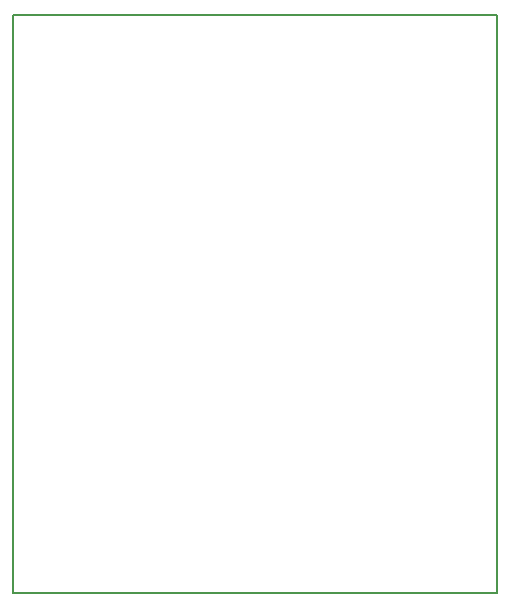
<source format=gm1>
G04 MADE WITH FRITZING*
G04 WWW.FRITZING.ORG*
G04 DOUBLE SIDED*
G04 HOLES PLATED*
G04 CONTOUR ON CENTER OF CONTOUR VECTOR*
%ASAXBY*%
%FSLAX23Y23*%
%MOIN*%
%OFA0B0*%
%SFA1.0B1.0*%
%ADD10R,1.621170X1.934800*%
%ADD11C,0.008000*%
%ADD10C,0.008*%
%LNCONTOUR*%
G90*
G70*
G54D10*
G54D11*
X4Y1931D02*
X1617Y1931D01*
X1617Y4D01*
X4Y4D01*
X4Y1931D01*
D02*
G04 End of contour*
M02*
</source>
